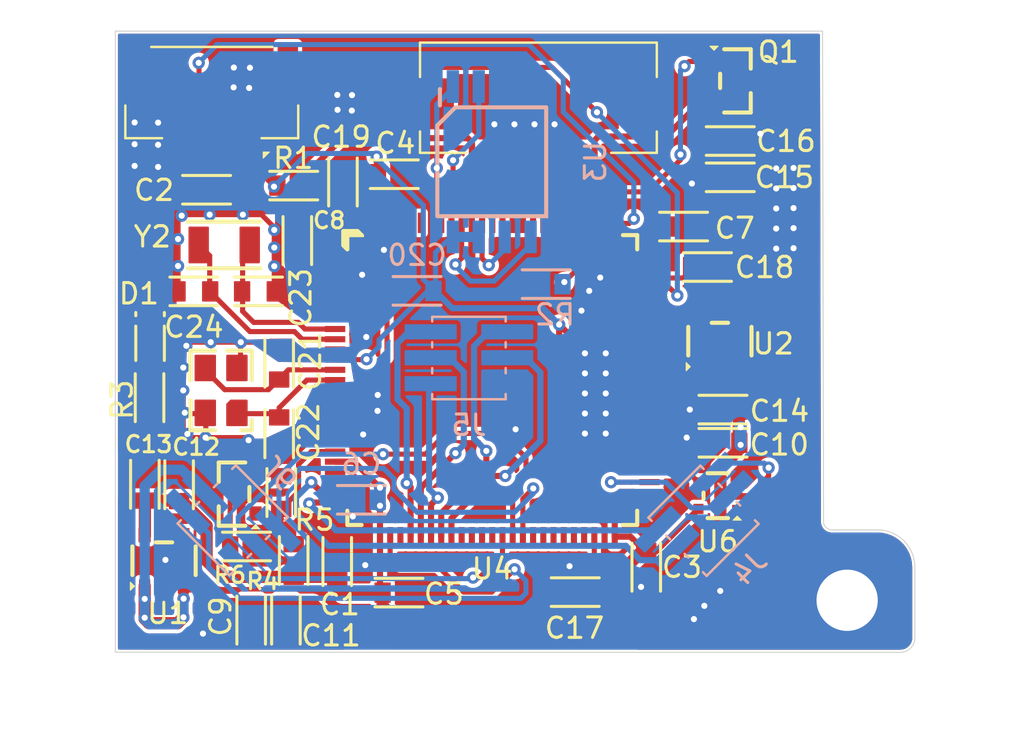
<source format=kicad_pcb>
(kicad_pcb (version 20211014) (generator pcbnew)
  (layers (0 "F.Cu" signal) (31 "B.Cu" signal) (34 "B.Paste" user) (35 "F.Paste" user) (36 "B.SilkS" user "B.Silkscreen") (37 "F.SilkS" user "F.Silkscreen") (38 "B.Mask" user) (39 "F.Mask" user) (44 "Edge.Cuts" user))
  (net 0 "")
  (net 1 "GND")
  (net 2 "+3V3")
  (net 3 "+5V")
  (net 4 "/LCD_3V3")
  (net 5 "/RESET")
  (net 6 "/OSC_IN")
  (net 7 "/OSC_OUT")
  (net 8 "/OSC32_IN")
  (net 9 "/OSC32_OUT")
  (net 10 "Net-(D1-Pad2)")
  (net 11 "/LCD_SCL")
  (net 12 "/LCD_SDA")
  (net 13 "/LCD_RST")
  (net 14 "/LCD_DC")
  (net 15 "/LCD_CS")
  (net 16 "/UP")
  (net 17 "/LEFT")
  (net 18 "/DOWN")
  (net 19 "/CENTER")
  (net 20 "/RIGHT")
  (net 22 "/SWDIO")
  (net 23 "/SWCLK")
  (net 24 "/ADC_V2")
  (net 25 "/ADC_I1")
  (net 26 "/ADC_V3")
  (net 27 "/ADC_I2")
  (net 28 "/ADC_V1")
  (net 29 "/UART1_RX*")
  (net 30 "/UART2_RX")
  (net 31 "/UART1_TX")
  (net 32 "/UART2_TX")
  (net 33 "/CHG_ISET")
  (net 34 "/EN_MOS")
  (net 35 "/CAP_Boost")
  (net 36 "/CHG_EN")
  (net 37 "/LCD_EN")
  (net 40 "/SPI1_CS")
  (net 41 "/SPI1_MISO")
  (net 42 "/SPI1_MOSI")
  (net 53 "/VREF")
  (net 69 "/UART1_RX")
  (net 88 "/SPI1_SCK")
  (net 94 "Net-(C17-Pad1)")
  (net 95 "Net-(C18-Pad1)")
  (net 96 "Net-(J1-Pad2)")
  (net 98 "Net-(R5-Pad1)")
  (footprint "GENERAL_RCL_SMD:C0603(1608M)" (layer "F.Cu") (at 216.154 103.0224)
    (fp_text reference "C10")
    (fp_text value "10u")
  )
  (footprint "GENERAL_RCL_SMD:C0603(1608M)" (layer "F.Cu") (at 216.154 101.3968)
    (fp_text reference "C14")
    (fp_text value "100n")
  )
  (footprint "GENERAL_SMALL-SEMI_SMD:SOT-23-5" (layer "F.Cu") (at 188.77 108.8 -90)
    (fp_text reference "U1")
    (fp_text value "HX9193-33GB")
  )
  (footprint "GENERAL_XTAL_OSC_SMD:SMD-3215_2" (layer "F.Cu") (at 191.7192 93.3196)
    (fp_text reference "Y2")
    (fp_text value "32.768K")
  )
  (footprint "GENERAL_RCL_SMD:C0603(1608M)" (layer "F.Cu") (at 216.5096 90.0176 180)
    (fp_text reference "C15")
    (fp_text value "10u")
  )
  (footprint "GENERAL_RCL_SMD:C0603(1608M)" (layer "F.Cu") (at 190.233 95.6056)
    (fp_text reference "C24")
    (fp_text value "10p")
  )
  (footprint "GENERAL_RCL_SMD:C0603(1608M)" (layer "F.Cu") (at 189.5094 105.0798 -90)
    (fp_text reference "C12")
    (fp_text value "10u")
  )
  (footprint "GENERAL_SMALL-SEMI_SMD:SOT-23" (layer "F.Cu") (at 192.2018 105.537)
    (fp_text reference " ")
    (fp_text value "TL431")
  )
  (footprint "GENERAL_RCL_SMD:C0603(1608M)" (layer "F.Cu") (at 195.3006 93.1164 -90)
    (fp_text reference "C8")
    (fp_text value "100n")
  )
  (footprint "GENERAL_SMALL-SEMI_SMD:SOT-23" (layer "F.Cu") (at 216.7636 85.2932 180)
    (fp_text reference "Q1")
    (fp_text value "SI2301")
  )
  (footprint "CONNECTOR_GH_SMD:GH1.25_H_4" (layer "F.Cu") (at 191.11 86.24)
    (fp_text reference " ")
    (fp_text value " ")
  )
  (footprint "GENERAL_RCL_SMD:C0603(1608M)" (layer "F.Cu") (at 190.8556 90.6272)
    (fp_text reference "C2")
    (fp_text value "100n")
  )
  (footprint "GENERAL_RCL_SMD:C0603(1608M)" (layer "F.Cu") (at 200.279 110.363 180)
    (fp_text reference "C5")
    (fp_text value "100n")
  )
  (footprint "MECHANICAL_EDGE-CONN:FFC_14" (layer "F.Cu") (at 207.1116 86.1182 180)
    (fp_text reference " ")
    (fp_text value "Conn_01x14")
  )
  (footprint "GENERAL_RCL_SMD:C0603(1608M)" (layer "F.Cu") (at 215.392 94.4118)
    (fp_text reference "C18")
    (fp_text value "2.2u")
  )
  (footprint "GENERAL_RCL_SMD:R0603(1608M)" (layer "F.Cu") (at 195.1228 90.424 180)
    (fp_text reference "R1")
    (fp_text value "100n")
  )
  (footprint "GENERAL_RCL_SMD:R0603(1608M)" (layer "F.Cu") (at 188.0616 100.8126 -90)
    (fp_text reference "R3")
    (fp_text value "1k")
  )
  (footprint "MECHANICAL:HOLE-04-03_1" (layer "F.Cu") (at 222.3632 110.738)
    (fp_text reference " ")
    (fp_text value "Screw_Terminal_01x01")
  )
  (footprint "GENERAL_LARGE-SEMI_SMD:QFP-1414_100" (layer "F.Cu") (at 204.851 99.949)
    (fp_text reference "U4")
    (fp_text value "STM32H750VBT6")
  )
  (footprint "GENERAL_RCL_SMD:C0603(1608M)" (layer "F.Cu") (at 197.5358 90.2462 -90)
    (fp_text reference "C19")
    (fp_text value " 100n")
  )
  (footprint "GENERAL_RCL_SMD:C0603(1608M)" (layer "F.Cu") (at 216.5096 88.2396 180)
    (fp_text reference "C16")
    (fp_text value "100n")
  )
  (footprint "GENERAL_RCL_SMD:C0603(1608M)" (layer "F.Cu") (at 194.4116 102.5782 -90)
    (fp_text reference "C22")
    (fp_text value "18p")
  )
  (footprint "GENERAL_2-PIN_PLASTIC_SMD:LED0603(1608M)" (layer "F.Cu") (at 188.087 97.8154 -90)
    (fp_text reference "D1")
    (fp_text value "LED")
  )
  (footprint "GENERAL_RCL_SMD:C0603(1608M)" (layer "F.Cu") (at 208.915 110.3376 180)
    (fp_text reference "C17")
    (fp_text value "2.2u")
  )
  (footprint "GENERAL_RCL_SMD:C0603(1608M)" (layer "F.Cu") (at 200.0504 89.8652 180)
    (fp_text reference "C4")
    (fp_text value "100n")
  )
  (footprint "GENERAL_RCL_SMD:R0603(1608M)" (layer "F.Cu") (at 195.1228 108.7882 90)
    (fp_text reference "R4")
    (fp_text value "10k")
  )
  (footprint "GENERAL_RCL_SMD:C0603(1608M)" (layer "F.Cu") (at 194.7418 111.7092 90)
    (fp_text reference "C11")
    (fp_text value "100n")
  )
  (footprint "GENERAL_RCL_SMD:C0603(1608M)" (layer "F.Cu") (at 212.3948 109.1184 90)
    (fp_text reference "C3")
    (fp_text value "100n")
  )
  (footprint "GENERAL_RCL_SMD:C0603(1608M)" (layer "F.Cu") (at 197.2564 108.839 -90)
    (fp_text reference "C1")
    (fp_text value "100n")
  )
  (footprint "GENERAL_SMALL-SEMI_SMD:SOT-23-5" (layer "F.Cu") (at 216.0016 98.044 -90)
    (fp_text reference "U2")
    (fp_text value "HX9193")
  )
  (footprint "GENERAL_RCL_SMD:C0603(1608M)" (layer "F.Cu") (at 193.3956 95.6056 180)
    (fp_text reference "C23")
    (fp_text value "10p")
  )
  (footprint "GENERAL_XTAL_OSC_SMD:SMD-3225_4" (layer "F.Cu") (at 191.5668 100.457 90)
    (fp_text reference " ")
    (fp_text value "25M")
  )
  (footprint "GENERAL_RCL_SMD:C0603(1608M)" (layer "F.Cu") (at 214.2236 92.4306 180)
    (fp_text reference "C7")
    (fp_text value "100n")
  )
  (footprint "GENERAL_RCL_SMD:R0603(1608M)" (layer "F.Cu") (at 194.5132 105.4608 -90)
    (fp_text reference "R5")
    (fp_text value "10k")
  )
  (footprint "GENERAL_RCL_SMD:C0603(1608M)" (layer "F.Cu") (at 187.833 105.0544 -90)
    (fp_text reference "C13")
    (fp_text value "100n")
  )
  (footprint "GENERAL_RCL_SMD:C0603(1608M)" (layer "F.Cu") (at 194.4116 99.1238 -90)
    (fp_text reference "C21")
    (fp_text value "18p")
  )
  (footprint "GENERAL_SMALL-SEMI_SMD:SOT-353" (layer "F.Cu") (at 215.9 105.6132)
    (fp_text reference "U6")
    (fp_text value "74LVC1G17")
  )
  (footprint "GENERAL_RCL_SMD:C0603(1608M)" (layer "F.Cu") (at 193.04 111.7092 90)
    (fp_text reference "C9")
    (fp_text value "10u")
  )
  (footprint "GENERAL_RCL_SMD:R0603(1608M)" (layer "F.Cu") (at 192.8114 108.1024 180)
    (fp_text reference "R6")
    (fp_text value "50k")
  )
  (footprint "GENERAL_RCL_SMD:R0603(1608M)" (layer "B.Cu") (at 207.4926 95.25 180)
    (fp_text reference "R2")
    (fp_text value "10K")
  )
  (footprint "GENERAL_RCL_SMD:C0603(1608M)" (layer "B.Cu") (at 201.168 95.5802)
    (fp_text reference "C20")
    (fp_text value "100n")
  )
  (footprint "CONNECTOR_PINHEADER_SMD:PINHEADER_02x03_1.27mm" (layer "B.Cu") (at 192.1256 106.8324 -45)
    (fp_text reference "J6")
    (fp_text value "Conn_02x03_Counter_Clockwise")
  )
  (footprint "CONNECTOR_PINHEADER_SMD:PINHEADER_02x03_1.27mm" (layer "B.Cu") (at 215.1888 106.8324 -135)
    (fp_text reference "J4")
    (fp_text value "Conn_02x03_Counter_Clockwise")
  )
  (footprint "GENERAL_RCL_SMD:C0603(1608M)" (layer "B.Cu") (at 198.4376 105.8164)
    (fp_text reference "C6")
    (fp_text value "100n")
  )
  (footprint "GENERAL_MIDDLE-SEMI_SMD:SOIC-5252_8" (layer "B.Cu") (at 204.8256 89.2556 -90)
    (fp_text reference "U3")
    (fp_text value "W25Q32JVSS")
  )
  (footprint "CONNECTOR_PINHEADER_SMD:PINHEADER_02x03_1.27mm" (layer "B.Cu") (at 203.708 98.8568 180)
    (fp_text reference "J5")
    (fp_text value "Conn_02x03_Counter_Clockwise")
  )
  (gr_line (start 225.552 109.1184) (end 225.552 112.6744) (layer "Edge.Cuts") (width 0.05))
  (gr_arc (start 225.552 112.6744) (mid 225.310818 113.114132) (end 224.8408 113.289106) (layer "Edge.Cuts") (width 0.05))
  (gr_arc (start 221.488 107.2896) (mid 221.200632 107.170568) (end 221.0816 106.8832) (layer "Edge.Cuts") (width 0.05))
  (gr_line (start 186.3852 113.284) (end 224.8408 113.289106) (layer "Edge.Cuts") (width 0.05))
  (gr_arc (start 223.7232 107.2896) (mid 225.016357 107.825243) (end 225.552 109.1184) (layer "Edge.Cuts") (width 0.05))
  (gr_line (start 186.3852 82.8548) (end 221.0308 82.8548) (layer "Edge.Cuts") (width 0.05))
  (gr_line (start 221.488 107.2896) (end 223.7232 107.2896) (layer "Edge.Cuts") (width 0.05))
  (gr_line (start 186.3852 82.8548) (end 186.3852 113.284) (layer "Edge.Cuts") (width 0.05))
  (gr_line (start 221.0816 106.8832) (end 221.0308 82.8548) (layer "Edge.Cuts") (width 0.05))
  (segment (start 193.545022 91.8464) (end 194.1706 92.471978) (width 0.25) (layer "F.Cu") (net 1))
  (segment (start 190.0428 98.0948) (end 191.0588 98.0948) (width 0.25) (layer "F.Cu") (net 1))
  (segment (start 194.1706 94.3734) (end 194.1706 95.6056) (width 0.25) (layer "F.Cu") (net 1))
  (segment (start 190.0936 102.7684) (end 189.9158 102.5906) (width 0.25) (layer "F.Cu") (net 1))
  (segment (start 193.3708 103.3532) (end 192.913 102.8954) (width 0.25) (layer "F.Cu") (net 1))
  (segment (start 189.835 101.5954) (end 189.7888 101.5492) (width 0.25) (layer "F.Cu") (net 1))
  (segment (start 194.4116 103.3532) (end 193.3708 103.3532) (width 0.25) (layer "F.Cu") (net 1))
  (segment (start 194.1576 98.0948) (end 194.4116 98.3488) (width 0.25) (layer "F.Cu") (net 1))
  (segment (start 194.1706 92.471978) (end 194.1706 92.5954) (width 0.25) (layer "F.Cu") (net 1))
  (segment (start 189.458 92.0756) (end 189.6364 91.8972) (width 0.25) (layer "F.Cu") (net 1))
  (segment (start 189.6872 91.8464) (end 191.008 91.8464) (width 0.25) (layer "F.Cu") (net 1))
  (segment (start 190.8184 101.5954) (end 190.8184 102.7548) (width 0.25) (layer "F.Cu") (net 1))
  (segment (start 192.786 102.7684) (end 190.8048 102.7684) (width 0.25) (layer "F.Cu") (net 1))
  (segment (start 194.1706 93.459) (end 194.1706 94.3734) (width 0.25) (layer "F.Cu") (net 1))
  (segment (start 191.008 91.8464) (end 192.6336 91.8464) (width 0.25) (layer "F.Cu") (net 1))
  (segment (start 189.458 95.6056) (end 189.458 94.3616) (width 0.25) (layer "F.Cu") (net 1))
  (segment (start 189.71272 101.47312) (end 189.71272 100.45688) (width 0.25) (layer "F.Cu") (net 1))
  (segment (start 194.1706 92.5954) (end 194.1706 93.459) (width 0.25) (layer "F.Cu") (net 1))
  (segment (start 192.5184 99.3954) (end 192.5184 98.1084) (width 0.25) (layer "F.Cu") (net 1))
  (segment (start 189.71272 99.33928) (end 189.71272 98.42488) (width 0.25) (layer "F.Cu") (net 1))
  (segment (start 192.6336 91.8464) (end 193.545022 91.8464) (width 0.25) (layer "F.Cu") (net 1))
  (segment (start 189.7888 101.5492) (end 189.71272 101.47312) (width 0.25) (layer "F.Cu") (net 1))
  (segment (start 189.71272 100.45688) (end 189.71272 99.33928) (width 0.25) (layer "F.Cu") (net 1))
  (segment (start 189.458 94.3616) (end 189.458 93.0408) (width 0.25) (layer "F.Cu") (net 1))
  (segment (start 189.865 98.2726) (end 190.0428 98.0948) (width 0.25) (layer "F.Cu") (net 1))
  (segment (start 189.458 93.0408) (end 189.458 92.0756) (width 0.25) (layer "F.Cu") (net 1))
  (segment (start 190.8048 102.7684) (end 190.0936 102.7684) (width 0.25) (layer "F.Cu") (net 1))
  (segment (start 189.6364 91.8972) (end 189.6872 91.8464) (width 0.25) (layer "F.Cu") (net 1))
  (segment (start 191.0588 98.0948) (end 192.532 98.0948) (width 0.25) (layer "F.Cu") (net 1))
  (segment (start 189.9158 102.5906) (end 189.71272 102.38752) (width 0.25) (layer "F.Cu") (net 1))
  (segment (start 192.5184 98.1084) (end 192.532 98.0948) (width 0.25) (layer "F.Cu") (net 1))
  (segment (start 189.71272 102.38752) (end 189.71272 101.47312) (width 0.25) (layer "F.Cu") (net 1))
  (segment (start 190.8184 101.5954) (end 189.835 101.5954) (width 0.25) (layer "F.Cu") (net 1))
  (segment (start 192.532 98.0948) (end 194.1576 98.0948) (width 0.25) (layer "F.Cu") (net 1))
  (segment (start 190.8184 102.7548) (end 190.8048 102.7684) (width 0.25) (layer "F.Cu") (net 1))
  (segment (start 189.71272 98.42488) (end 189.865 98.2726) (width 0.25) (layer "F.Cu") (net 1))
  (segment (start 192.913 102.8954) (end 192.786 102.7684) (width 0.25) (layer "F.Cu") (net 1))
  (via (at 210.41 101.5875) (size 0.6) (drill 0.3) (layers "F.Cu" "B.Cu") (net 1))
  (via (at 214.376 102.7684) (size 0.6) (drill 0.3) (layers "F.Cu" "B.Cu") (net 1))
  (via (at 209.22 96.55) (size 0.6) (drill 0.3) (layers "F.Cu" "B.Cu") (net 1))
  (via (at 217.9828 87.884) (size 0.6) (drill 0.3) (layers "F.Cu" "B.Cu") (net 1))
  (via (at 187.33 89.46) (size 0.6) (drill 0.3) (layers "F.Cu" "B.Cu") (net 1))
  (via (at 191.0588 98.0948) (size 0.6) (drill 0.3) (layers "F.Cu" "B.Cu") (net 1))
  (via (at 192.532 98.0948) (size 0.6) (drill 0.3) (layers "F.Cu" "B.Cu") (net 1))
  (via (at 210.41 99.6225) (size 0.6) (drill 0.3) (layers "F.Cu" "B.Cu") (net 1))
  (via (at 189.9158 102.5906) (size 0.6) (drill 0.3) (layers "F.Cu" "B.Cu") (net 1))
  (via (at 210.41 98.64) (size 0.6) (drill 0.3) (layers "F.Cu" "B.Cu") (net 1))
  (via (at 187.33 88.395) (size 0.6) (drill 0.3) (layers "F.Cu" "B.Cu") (net 1))
  (via (at 209.39 102.57) (size 0.6) (drill 0.3) (layers "F.Cu" "B.Cu") (net 1))
  (via (at 194.1706 94.3734) (size 0.6) (drill 0.3) (layers "F.Cu" "B.Cu") (net 1))
  (via (at 192.6336 91.8464) (size 0.6) (drill 0.3) (layers "F.Cu" "B.Cu") (net 1))
  (via (at 207.9025 87.42) (size 0.6) (drill 0.3) (layers "F.Cu" "B.Cu") (net 1))
  (via (at 209.39 98.64) (size 0.6) (drill 0.3) (layers "F.Cu" "B.Cu") (net 1))
  (via (at 219.61 91.525) (size 0.6) (drill 0.3) (layers "F.Cu" "B.Cu") (net 1))
  (via (at 188.48 87.34) (size 0.6) (drill 0.3) (layers "F.Cu" "B.Cu") (net 1))
  (via (at 209.6 95.58) (size 0.6) (drill 0.3) (layers "F.Cu" "B.Cu") (net 1))
  (via (at 189.71272 100.45688) (size 0.6) (drill 0.3) (layers "F.Cu" "B.Cu") (net 1))
  (via (at 197.27 86.71) (size 0.6) (drill 0.3) (layers "F.Cu" "B.Cu") (net 1))
  (via (at 192.913 102.8954) (size 0.6) (drill 0.3) (layers "F.Cu" "B.Cu") (net 1))
  (via (at 210.41 102.57) (size 0.6) (drill 0.3) (layers "F.Cu" "B.Cu") (net 1))
  (via (at 192.19 84.64) (size 0.6) (drill 0.3) (layers "F.Cu" "B.Cu") (net 1))
  (via (at 204.955 87.42) (size 0.6) (drill 0.3) (layers "F.Cu" "B.Cu") (net 1))
  (via (at 209.39 100.605) (size 0.6) (drill 0.3) (layers "F.Cu" "B.Cu") (net 1))
  (via (at 206.92 87.42) (size 0.6) (drill 0.3) (layers "F.Cu" "B.Cu") (net 1))
  (via (at 192.18 85.61) (size 0.6) (drill 0.3) (layers "F.Cu" "B.Cu") (net 1))
  (via (at 209.39 101.5875) (size 0.6) (drill 0.3) (layers "F.Cu" "B.Cu") (net 1))
  (via (at 215.24 111.01) (size 0.6) (drill 0.3) (layers "F.Cu" "B.Cu") (net 1))
  (via (at 197.97 86.75) (size 0.6) (drill 0.3) (layers "F.Cu" "B.Cu") (net 1))
  (via (at 190.6778 112.3696) (size 0.6) (drill 0.3) (layers "F.Cu" "B.Cu") (net 1))
  (via (at 212.1408 110.0836) (size 0.6) (drill 0.3) (layers "F.Cu" "B.Cu") (net 1))
  (via (at 218.76 93.51) (size 0.6) (drill 0.3) (layers "F.Cu" "B.Cu") (net 1))
  (via (at 189.6364 91.8972) (size 0.6) (drill 0.3) (layers "F.Cu" "B.Cu") (net 1))
  (via (at 214.63 90.3224) (size 0.6) (drill 0.3) (layers "F.Cu" "B.Cu") (net 1))
  (via (at 218.76 90.5625) (size 0.6) (drill 0.3) (layers "F.Cu" "B.Cu") (net 1))
  (via (at 210.41 100.605) (size 0.6) (drill 0.3) (layers "F.Cu" "B.Cu") (net 1))
  (via (at 188.48 88.425) (size 0.6) (drill 0.3) (layers "F.Cu" "B.Cu") (net 1))
  (via (at 198.6788 97.8408) (size 0.6) (drill 0.3) (layers "F.Cu" "B.Cu") (net 1))
  (via (at 208.6356 109.0676) (size 0.6) (drill 0.3) (layers "F.Cu" "B.Cu") (net 1))
  (via (at 189.458 93.0408) (size 0.6) (drill 0.3) (layers "F.Cu" "B.Cu") (net 1))
  (via (at 199.24 100.68) (size 0.6) (drill 0.3) (layers "F.Cu" "B.Cu") (net 1))
  (via (at 187.33 87.33) (size 0.6) (drill 0.3) (layers "F.Cu" "B.Cu") (net 1))
  (via (at 210.14 94.93) (size 0.6) (drill 0.3) (layers "F.Cu" "B.Cu") (net 1))
  (via (at 191.008 91.8464) (size 0.6) (drill 0.3) (layers "F.Cu" "B.Cu") (net 1))
  (via (at 205.9375 87.42) (size 0.6) (drill 0.3) (layers "F.Cu" "B.Cu") (net 1))
  (via (at 198.5264 102.616) (size 0.6) (drill 0.3) (layers "F.Cu" "B.Cu") (net 1))
  (via (at 218.76 92.5275) (size 0.6) (drill 0.3) (layers "F.Cu" "B.Cu") (net 1))
  (via (at 188.84 108.76) (size 0.6) (drill 0.3) (layers "F.Cu" "B.Cu") (net 1))
  (via (at 219.61 93.49) (size 0.6) (drill 0.3) (layers "F.Cu" "B.Cu") (net 1))
  (via (at 218.76 89.58) (size 0.6) (drill 0.3) (layers "F.Cu" "B.Cu") (net 1))
  (via (at 219.61 90.5425) (size 0.6) (drill 0.3) (layers "F.Cu" "B.Cu") (net 1))
  (via (at 189.71272 99.33928) (size 0.6) (drill 0.3) (layers "F.Cu" "B.Cu") (net 1))
  (via (at 205.994 102.362) (size 0.6) (drill 0.3) (layers "F.Cu" "B.Cu") (net 1))
  (via (at 216.02 110.28) (size 0.6) (drill 0.3) (layers "F.Cu" "B.Cu") (net 1))
  (via (at 189.458 94.3616) (size 0.6) (drill 0.3) (layers "F.Cu" "B.Cu") (net 1))
  (via (at 192.98 84.65) (size 0.6) (drill 0.3) (layers "F.Cu" "B.Cu") (net 1))
  (via (at 219.61 89.56) (size 0.6) (drill 0.3) (layers "F.Cu" "B.Cu") (net 1))
  (via (at 218.76 91.545) (size 0.6) (drill 0.3) (layers "F.Cu" "B.Cu") (net 1))
  (via (at 214.5284 101.3968) (size 0.6) (drill 0.3) (layers "F.Cu" "B.Cu") (net 1))
  (via (at 188.48 89.51) (size 0.6) (drill 0.3) (layers "F.Cu" "B.Cu") (net 1))
  (via (at 198.628 109.0168) (size 0.6) (drill 0.3) (layers "F.Cu" "B.Cu") (net 1))
  (via (at 197.26 85.98) (size 0.6) (drill 0.3) (layers "F.Cu" "B.Cu") (net 1))
  (via (at 209.39 99.6225) (size 0.6) (drill 0.3) (layers "F.Cu" "B.Cu") (net 1))
  (via (at 198.0184 106.6292) (size 0.6) (drill 0.3) (layers "F.Cu" "B.Cu") (net 1))
  (via (at 198.4756 94.7928) (size 0.6) (drill 0.3) (layers "F.Cu" "B.Cu") (net 1))
  (via (at 214.73 111.66) (size 0.6) (drill 0.3) (layers "F.Cu" "B.Cu") (net 1))
  (via (at 194.1706 93.459) (size 0.6) (drill 0.3) (layers "F.Cu" "B.Cu") (net 1))
  (via (at 190.8048 102.7684) (size 0.6) (drill 0.3) (layers "F.Cu" "B.Cu") (net 1))
  (via (at 192.94 85.64) (size 0.6) (drill 0.3) (layers "F.Cu" "B.Cu") (net 1))
  (via (at 194.1706 92.5954) (size 0.6) (drill 0.3) (layers "F.Cu" "B.Cu") (net 1))
  (via (at 189.7888 101.5492) (size 0.6) (drill 0.3) (layers "F.Cu" "B.Cu") (net 1))
  (via (at 199.23 101.46) (size 0.6) (drill 0.3) (layers "F.Cu" "B.Cu") (net 1))
  (via (at 197.98 85.99) (size 0.6) (drill 0.3) (layers "F.Cu" "B.Cu") (net 1))
  (via (at 219.61 92.5075) (size 0.6) (drill 0.3) (layers "F.Cu" "B.Cu") (net 1))
  (via (at 189.865 98.2726) (size 0.6) (drill 0.3) (layers "F.Cu" "B.Cu") (net 1))
  (via (at 199.5424 93.5736) (size 0.6) (drill 0.3) (layers "F.Cu" "B.Cu") (net 1))
  (segment (start 199.351 107.624) (end 199.351 110.21) (width 0.3) (layer "F.Cu") (net 2))
  (segment (start 197.176 96.449) (end 196.310994 96.449) (width 0.25) (layer "F.Cu") (net 2))
  (segment (start 199.1738 89.916) (end 198.851 90.2388) (width 0.25) (layer "F.Cu") (net 2))
  (segment (start 194.2978 90.424) (end 194.1576 90.4748) (width 0.25) (layer "F.Cu") (net 2))
  (segment (start 195.1478 91.249) (end 194.3228 90.424) (width 0.25) (layer "F.Cu") (net 2))
  (segment (start 212.2016 108.3184) (end 212.3948 108.3184) (width 0.6) (layer "F.Cu") (net 2))
  (segment (start 208.1276 97.2312) (end 208.561711 97.665311) (width 0.3) (layer "F.Cu") (net 2))
  (segment (start 197.2056 109.5882) (end 197.2564 109.639) (width 0.6) (layer "F.Cu") (net 2))
  (segment (start 196.310994 96.449) (end 195.326 95.464006) (width 0.25) (layer "F.Cu") (net 2))
  (segment (start 199.479 110.363) (end 199.479 111.029) (width 0.6) (layer "F.Cu") (net 2))
  (segment (start 192.9846 89.2732) (end 191.6306 90.6272) (width 0.5) (layer "F.Cu") (net 2))
  (segment (start 187.833 105.8544) (end 187.2106 105.8544) (width 0.25) (layer "F.Cu") (net 2))
  (segment (start 191.64397 109.5882) (end 195.1228 109.5882) (width 0.6) (layer "F.Cu") (net 2))
  (segment (start 194.1354 90.424) (end 192.9846 89.2732) (width 0.25) (layer "F.Cu") (net 2))
  (segment (start 212.526 93.949) (end 212.526 93.2262) (width 0.25) (layer "F.Cu") (net 2))
  (segment (start 198.076361 103.949) (end 199.351 105.223639) (width 0.3) (layer "F.Cu") (net 2))
  (segment (start 187.833 105.8544) (end 189.6236 105.8544) (width 0.6) (layer "F.Cu") (net 2))
  (segment (start 195.326 93.6374) (end 196.12552 92.83788) (width 0.25) (layer "F.Cu") (net 2))
  (segment (start 209.628037 97.665311) (end 211.37648 95.916868) (width 0.3) (layer "F.Cu") (net 2))
  (segment (start 212.8698 108.3434) (end 214.95 106.2632) (width 0.3) (layer "F.Cu") (net 2))
  (segment (start 187.833 107.537) (end 187.82 107.55) (width 0.6) (layer "F.Cu") (net 2))
  (segment (start 210.92 109.6) (end 212.2016 108.3184) (width 0.6) (layer "F.Cu") (net 2))
  (segment (start 210.36 111.66) (end 210.92 111.1) (width 0.6) (layer "F.Cu") (net 2))
  (segment (start 211.37648 94.198159) (end 211.625639 93.949) (width 0.3) (layer "F.Cu") (net 2))
  (segment (start 192.9846 87.9052) (end 192.9846 89.2732) (width 0.5) (layer "F.Cu") (net 2))
  (segment (start 197.2564 109.639) (end 197.2564 110.1344) (width 0.6) (layer "F.Cu") (net 2))
  (segment (start 187.833 105.8544) (end 187.833 107.537) (width 0.6) (layer "F.Cu") (net 2))
  (segment (start 195.6176 91.249) (end 195.1478 91.249) (width 0.25) (layer "F.Cu") (net 2))
  (segment (start 212.344 108.3434) (end 212.8698 108.3434) (width 0.3) (layer "F.Cu") (net 2))
  (segment (start 200.11 111.66) (end 210.36 111.66) (width 0.6) (layer "F.Cu") (net 2))
  (segment (start 186.944 103.505) (end 188.0616 102.3874) (width 0.25) (layer "F.Cu") (net 2))
  (segment (start 211.6246 107.624) (end 212.344 108.3434) (width 0.3) (layer "F.Cu") (net 2))
  (segment (start 198.69 98.93) (end 198.671 98.949) (width 0.25) (layer "F.Cu") (net 2))
  (segment (start 199.351 105.223639) (end 199.351 106.1094) (width 0.3) (layer "F.Cu") (net 2))
  (segment (start 211.625639 93.949) (end 212.526 93.949) (width 0.3) (layer "F.Cu") (net 2))
  (segment (start 189.6236 105.8544) (end 190.8556 107.0864) (width 0.6) (layer "F.Cu") (net 2))
  (segment (start 194.2978 90.424) (end 194.1354 90.424) (width 0.25) (layer "F.Cu") (net 2))
  (segment (start 188.0616 102.3874) (end 188.0616 101.6126) (width 0.25) (layer "F.Cu") (net 2))
  (segment (start 196.12552 91.75692) (end 195.6176 91.249) (width 0.25) (layer "F.Cu") (net 2))
  (segment (start 212.526 93.2262) (end 213.3978 92.3544) (width 0.25) (layer "F.Cu") (net 2))
  (segment (start 208.1276 103.577052) (end 208.1276 97.2312) (width 0.3) (layer "F.Cu") (net 2))
  (segment (start 210.851 107.624) (end 210.851 106.300452) (width 0.3) (layer "F.Cu") (net 2))
  (segment (start 199.351 106.1094) (end 199.351 107.624) (width 0.3) (layer "F.Cu") (net 2))
  (segment (start 210.851 106.300452) (end 208.1276 103.577052) (width 0.3) (layer "F.Cu") (net 2))
  (segment (start 196.12552 92.83788) (end 196.12552 91.75692) (width 0.25) (layer "F.Cu") (net 2))
  (segment (start 199.1868 89.0016) (end 199.1738 89.0146) (width 0.25) (layer "F.Cu") (net 2))
  (segment (start 198.851 90.2388) (end 198.851 92.274) (width 0.25) (layer "F.Cu") (net 2))
  (segment (start 190.8556 108.79983) (end 191.64397 109.5882) (width 0.6) (layer "F.Cu") (net 2))
  (segment (start 186.944 105.5878) (end 186.944 103.505) (width 0.25) (layer "F.Cu") (net 2))
  (segment (start 190.8556 107.0864) (end 190.8556 108.79983) (width 0.6) (layer "F.Cu") (net 2))
  (segment (start 199.351 110.21) (end 199.4786 110.3376) (width 0.3) (layer "F.Cu") (net 2))
  (segment (start 199.1738 89.0146) (end 199.1738 89.916) (width 0.25) (layer "F.Cu") (net 2))
  (segment (start 199.479 111.029) (end 200.11 111.66) (width 0.6) (layer "F.Cu") (net 2))
  (segment (start 195.326 95.464006) (end 195.326 93.6374) (width 0.25) (layer "F.Cu") (net 2))
  (segment (start 195.1228 109.5882) (end 197.2056 109.5882) (width 0.6) (layer "F.Cu") (net 2))
  (segment (start 187.2106 105.8544) (end 186.944 105.5878) (width 0.25) (layer "F.Cu") (net 2))
  (segment (start 198.671 98.949) (end 197.176 98.949) (width 0.25) (layer "F.Cu") (net 2))
  (segment (start 197.5358 110.4138) (end 199.4282 110.4138) (width 0.6) (layer "F.Cu") (net 2))
  (segment (start 197.2564 110.1344) (end 197.5358 110.4138) (width 0.6) (layer "F.Cu") (net 2))
  (segment (start 199.4282 110.4138) (end 199.479 110.363) (width 0.6) (layer "F.Cu") (net 2))
  (segment (start 211.37648 95.916868) (end 211.37648 94.198159) (width 0.3) (layer "F.Cu") (net 2))
  (segment (start 197.176 103.949) (end 198.076361 103.949) (width 0.3) (layer "F.Cu") (net 2))
  (segment (start 208.561711 97.665311) (end 209.628037 97.665311) (width 0.3) (layer "F.Cu") (net 2))
  (segment (start 210.92 111.1) (end 210.92 109.6) (width 0.6) (layer "F.Cu") (net 2))
  (segment (start 210.851 107.624) (end 211.6246 107.624) (width 0.3) (layer "F.Cu") (net 2))
  (via (at 199.351 106.1094) (size 0.6) (drill 0.3) (layers "F.Cu" "B.Cu") (net 2))
  (via (at 199.1868 89.0016) (size 0.6) (drill 0.3) (layers "F.Cu" "B.Cu") (net 2))
  (via (at 198.69 98.93) (size 0.6) (drill 0.3) (layers "F.Cu" "B.Cu") (net 2))
  (via (at 208.1276 97.2312) (size 0.6) (drill 0.3) (layers "F.Cu" "B.Cu") (net 2))
  (via (at 199.351 105.223639) (size 0.6) (drill 0.3) (layers "F.Cu" "B.Cu") (net 2))
  (via (at 194.1576 90.4748) (size 0.6) (drill 0.3) (layers "F.Cu" "B.Cu") (net 2))
  (segment (start 198.69 98.93) (end 199.3038 98.3162) (width 0.25) (layer "B.Cu") (net 2))
  (segment (start 207.32652 96.43012) (end 202.89392 96.43012) (width 0.3) (layer "B.Cu") (net 2))
  (segment (start 208.1276 97.2312) (end 207.32652 96.43012) (width 0.3) (layer "B.Cu") (net 2))
  (segment (start 201.4728 95.009) (end 202.0694 95.6056) (width 0.25) (layer "B.Cu") (net 2))
  (segment (start 199.1868 89.0016) (end 199.0344 88.8492) (width 0.25) (layer "B.Cu") (net 2))
  (segment (start 199.0344 88.8492) (end 195.7832 88.8492) (width 0.25) (layer "B.Cu") (net 2))
  (segment (start 199.3038 98.3162) (end 199.3038 97.980588) (width 0.25) (layer "B.Cu") (net 2))
  (segment (start 199.3038 97.980588) (end 201.704188 95.5802) (width 0.25) (layer "B.Cu") (net 2))
  (segment (start 202.9206 92.9386) (end 204.1906 92.9386) (width 0.5) (layer "B.Cu") (net 2))
  (segment (start 201.704188 95.5802) (end 201.968 95.5802) (width 0.25) (layer "B.Cu") (net 2))
  (segment (start 199.1868 89.0016) (end 199.1868 89.1032) (width 0.25) (layer "B.Cu") (net 2))
  (segment (start 202.89392 96.43012) (end 202.0694 95.6056) (width 0.3) (layer "B.Cu") (net 2))
  (segment (start 195.7832 88.8492) (end 194.1576 90.4748) (width 0.25) (layer "B.Cu") (net 2))
  (segment (start 202.0694 95.6056) (end 202.0694 93.7068) (width 0.25) (layer "B.Cu") (net 2))
  (segment (start 201.4728 91.3892) (end 201.4728 95.009) (width 0.25) (layer "B.Cu") (net 2))
  (segment (start 199.1868 89.1032) (end 201.4728 91.3892) (width 0.25) (layer "B.Cu") (net 2))
  (segment (start 202.0694 93.7068) (end 202.9206 92.8556) (width 0.25) (layer "B.Cu") (net 2))
  (segment (start 191.4144 110.9218) (end 193.0274 110.9218) (width 0.6) (layer "F.Cu") (net 3))
  (segment (start 216.9516 98.486) (end 216.580089 98.114489) (width 0.6) (layer "F.Cu") (net 3))
  (segment (start 216.929 103.361) (end 216.929 99.4166) (width 0.6) (layer "F.Cu") (net 3))
  (segment (start 216.929 99.4166) (end 216.9516 99.394) (width 0.6) (layer "F.Cu") (net 3))
  (segment (start 189.73 110.66) (end 189.73 110.6644) (width 0.6) (layer "F.Cu") (net 3))
  (segment (start 215.0516 98.239978) (end 215.0516 99.394) (width 0.6) (layer "F.Cu") (net 3))
  (segment (start 194.7418 110.9092) (end 196.05 110.9092) (width 0.6) (layer "F.Cu") (net 3))
  (segment (start 189.4348 111.86) (end 189.7228 111.572) (width 0.6) (layer "F.Cu") (net 3))
  (segment (start 189.7282 110.0582) (end 190.5508 110.0582) (width 0.6) (layer "F.Cu") (net 3))
  (segment locked (start 187.8228 110.6716) (end 187.8228 111.5924) (width 0.6) (layer "F.Cu") (net 3))
  (segment (start 187.8228 111.5924) (end 187.8228 111.6428) (width 0.6) (layer "F.Cu") (net 3))
  (segment (start 215.177089 98.114489) (end 215.0516 98.239978) (width 0.6) (layer "F.Cu") (net 3))
  (segment (start 193.04 110.9092) (end 194.7418 110.9092) (width 0.6) (layer "F.Cu") (net 3))
  (segment (start 216.9516 99.394) (end 216.9516 98.486) (width 0.6) (layer "F.Cu") (net 3))
  (segment (start 216.025489 108.357911) (end 216.025489 104.264511) (width 0.6) (layer "F.Cu") (net 3))
  (segment (start 216.025489 104.264511) (end 216.929 103.361) (width 0.6) (layer "F.Cu") (net 3))
  (segment (start 189.7228 110.0528) (end 189.72 110.05) (width 0.5) (layer "F.Cu") (net 3))
  (segment (start 190.5508 110.0582) (end 191.4144 110.9218) (width 0.6) (layer "F.Cu") (net 3))
  (segment (start 187.8228 110.0382) (end 187.8228 110.6716) (width 0.6) (layer "F.Cu") (net 3))
  (segment (start 188.04 111.86) (end 189.4348 111.86) (width 0.6) (layer "F.Cu") (net 3))
  (segment (start 216.580089 98.114489) (end 215.177089 98.114489) (width 0.6) (layer "F.Cu") (net 3))
  (segment (start 189.73 110.6644) (end 189.7228 110.6716) (width 0.6) (layer "F.Cu") (net 3))
  (segment (start 193.0274 110.9218) (end 193.04 110.9092) (width 0.5) (layer "F.Cu") (net 3))
  (segment (start 211.836 112.5474) (end 216.025489 108.357911) (width 0.6) (layer "F.Cu") (net 3))
  (segment (start 196.05 110.9092) (end 197.6882 112.5474) (width 0.6) (layer "F.Cu") (net 3))
  (segment (start 189.7228 110.6716) (end 189.7228 110.0528) (width 0.5) (layer "F.Cu") (net 3))
  (segment locked (start 189.7228 111.572) (end 189.7228 110.6716) (width 0.5) (layer "F.Cu") (net 3))
  (segment (start 189.72 110.05) (end 189.7282 110.0582) (width 0.5) (layer "F.Cu") (net 3))
  (segment (start 197.6882 112.5474) (end 211.836 112.5474) (width 0.6) (layer "F.Cu") (net 3))
  (segment (start 187.8228 111.6428) (end 188.04 111.86) (width 0.6) (layer "F.Cu") (net 3))
  (via (at 189.73 110.66) (size 0.6) (drill 0.3) (layers "F.Cu" "B.Cu") (net 3))
  (via (at 187.8228 110.6716) (size 0.6) (drill 0.3) (layers "F.Cu" "B.Cu") (net 3))
  (via (at 217.0176 103.124) (size 0.6) (drill 0.3) (layers "F.Cu" "B.Cu") (net 3))
  (via (at 189.7228 111.572) (size 0.6) (drill 0.3) (layers "F.Cu" "B.Cu") (net 3))
  (via (at 217.0176 102.2604) (size 0.6) (drill 0.3) (layers "F.Cu" "B.Cu") (net 3))
  (via (at 187.8228 111.5924) (size 0.6) (drill 0.3) (layers "F.Cu" "B.Cu") (net 3))
  (segment (start 187.8228 110.6716) (end 187.8228 111.6736) (width 0.5) (layer "B.Cu") (net 3))
  (segment (start 187.8228 110.6716) (end 187.8228 105.1408) (width 0.5) (layer "B.Cu") (net 3))
  (segment (start 189.7228 110.6672) (end 189.7228 111.572) (width 0.5) (layer "B.Cu") (net 3))
  (segment (start 189.6364 104.3432) (end 190.746742 105.453542) (width 0.5) (layer "B.Cu") (net 3))
  (segment (start 188.6204 104.3432) (end 189.6364 104.3432) (width 0.5) (layer "B.Cu") (net 3))
  (segment (start 189.3824 111.9124) (end 189.7228 111.572) (width 0.5) (layer "B.Cu") (net 3))
  (segment (start 217.0176 103.124) (end 217.0176 102.2604) (width 0.6) (layer "B.Cu") (net 3))
  (segment (start 187.8228 105.1408) (end 188.6204 104.3432) (width 0.5) (layer "B.Cu") (net 3))
  (segment (start 187.8228 111.6736) (end 188.0616 111.9124) (width 0.5) (layer "B.Cu") (net 3))
  (segment (start 188.0616 111.9124) (end 189.3824 111.9124) (width 0.5) (layer "B.Cu") (net 3))
  (segment (start 189.73 110.66) (end 189.7228 110.6672) (width 0.5) (layer "B.Cu") (net 3))
  (segment (start 215.7724 88.1888) (end 215.7724 86.4565) (width 0.3) (layer "F.Cu") (net 4))
  (segment (start 217.0176 92.4052) (end 215.7724 91.16) (width 0.3) (layer "F.Cu") (net 4))
  (segment (start 215.7724 91.16) (end 215.7724 88.1888) (width 0.3) (layer "F.Cu") (net 4))
  (segment (start 215.7724 86.4565) (end 215.5591 86.2432) (width 0.3) (layer "F.Cu") (net 4))
  (segment (start 215.299293 96.694) (end 217.0176 94.975693) (width 0.3) (layer "F.Cu") (net 4))
  (segment (start 215.0516 96.694) (end 215.299293 96.694) (width 0.3) (layer "F.Cu") (net 4))
  (segment (start 217.0176 94.975693) (end 217.0176 92.4052) (width 0.3) (layer "F.Cu") (net 4))
  (segment (start 197.20148 100.47448) (end 197.176 100.449) (width 0.25) (layer "F.Cu") (net 5))
  (segment (start 195.9228 90.424) (end 195.9228 89.687657) (width 0.3) (layer "F.Cu") (net 5))
  (segment (start 199.6948 95.102794) (end 199.6948 98.846166) (width 0.25) (layer "F.Cu") (net 5))
  (segment (start 198.066486 100.47448) (end 197.20148 100.47448) (width 0.25) (layer "F.Cu") (net 5))
  (segment (start 197.4596 90.945) (end 197.4596 92.867594) (width 0.25) (layer "F.Cu") (net 5))
  (segment (start 195.9478 90.424) (end 196.9386 90.424) (width 0.25) (layer "F.Cu") (net 5))
  (segment (start 203.85 88.3) (end 203.85 89.03) (width 0.3) (layer "F.Cu") (net 5))
  (segment (start 203.65 88.1) (end 203.85 88.3) (width 0.3) (layer "F.Cu") (net 5))
  (segment (start 196.9386 90.424) (end 197.4596 90.945) (width 0.25) (layer "F.Cu") (net 5))
  (segment (start 197.4596 92.867594) (end 199.6948 95.102794) (width 0.25) (layer "F.Cu") (net 5))
  (segment (start 197.510457 88.1) (end 203.65 88.1) (width 0.3) (layer "F.Cu") (net 5))
  (segment (start 195.9228 89.687657) (end 197.510457 88.1) (width 0.3) (layer "F.Cu") (net 5))
  (segment (start 199.6948 98.846166) (end 198.066486 100.47448) (width 0.25) (layer "F.Cu") (net 5))
  (segment (start 194.4116 99.8988) (end 194.8614 99.449) (width 0.25) (layer "F.Cu") (net 6))
  (segment (start 190.8184 99.3954) (end 190.8184 99.4954) (width 0.25) (layer "F.Cu") (net 6))
  (segment (start 194.8614 99.449) (end 197.176 99.449) (width 0.25) (layer "F.Cu") (net 6))
  (segment (start 193.890489 100.419911) (end 194.4116 99.8988) (width 0.25) (layer "F.Cu") (net 6))
  (segment (start 191.742911 100.419911) (end 193.890489 100.419911) (width 0.25) (layer "F.Cu") (net 6))
  (segment (start 190.8184 99.4954) (end 191.742911 100.419911) (width 0.25) (layer "F.Cu") (net 6))
  (segment (start 192.5184 101.5954) (end 194.2038 101.5954) (width 0.25) (layer "F.Cu") (net 7))
  (segment (start 194.2038 101.5954) (end 194.4116 101.8032) (width 0.25) (layer "F.Cu") (net 7))
  (segment (start 194.4116 101.3084) (end 195.771 99.949) (width 0.25) (layer "F.Cu") (net 7))
  (segment (start 195.771 99.949) (end 197.176 99.949) (width 0.25) (layer "F.Cu") (net 7))
  (segment (start 194.4116 101.8032) (end 194.4116 101.3084) (width 0.25) (layer "F.Cu") (net 7))
  (segment (start 192.6206 96.582482) (end 193.162878 97.12476) (width 0.25) (layer "F.Cu") (net 8))
  (segment (start 193.162878 97.12476) (end 195.347278 97.12476) (width 0.25) (layer "F.Cu") (net 8))
  (segment (start 192.6206 95.6056) (end 192.6206 93.6682) (width 0.25) (layer "F.Cu") (net 8))
  (segment (start 195.671518 97.449) (end 197.176 97.449) (width 0.25) (layer "F.Cu") (net 8))
  (segment (start 195.347278 97.12476) (end 195.671518 97.449) (width 0.25) (layer "F.Cu") (net 8))
  (segment (start 192.6206 93.6682) (end 192.9692 93.3196) (width 0.25) (layer "F.Cu") (net 8))
  (segment (start 192.6206 95.6056) (end 192.6206 96.582482) (width 0.25) (layer "F.Cu") (net 8))
  (segment (start 195.5358 97.949) (end 197.176 97.949) (width 0.25) (layer "F.Cu") (net 9))
  (segment (start 191.008 95.6056) (end 191.008 93.8584) (width 0.25) (layer "F.Cu") (net 9))
  (segment (start 191.008 95.6056) (end 192.97668 97.57428) (width 0.25) (layer "F.Cu") (net 9))
  (segment (start 192.97668 97.57428) (end 195.16108 97.57428) (width 0.25) (layer "F.Cu") (net 9))
  (segment (start 191.008 93.8584) (end 190.4692 93.3196) (width 0.25) (layer "F.Cu") (net 9))
  (segment (start 195.16108 97.57428) (end 195.5358 97.949) (width 0.25) (layer "F.Cu") (net 9))
  (segment (start 188.087 98.6154) (end 188.087 99.9872) (width 0.3) (layer "F.Cu") (net 10))
  (segment (start 188.087 99.9872) (end 188.0616 100.0126) (width 0.3) (layer "F.Cu") (net 10))
  (segment (start 209.35 89.3) (end 209.35 92.248) (width 0.25) (layer "F.Cu") (net 11))
  (segment (start 208.85 89.3) (end 208.85 92.248) (width 0.25) (layer "F.Cu") (net 12))
  (segment (start 208.35 89.3) (end 208.35 92.248) (width 0.25) (layer "F.Cu") (net 13))
  (segment (start 207.85 89.3) (end 207.85 92.248) (width 0.25) (layer "F.Cu") (net 14))
  (segment (start 207.35 89.3) (end 207.35 92.248) (width 0.25) (layer "F.Cu") (net 15))
  (segment (start 206.85 89.3) (end 206.851 89.301) (width 0.25) (layer "F.Cu") (net 16))
  (segment (start 206.851 89.301) (end 206.851 92.249) (width 0.25) (layer "F.Cu") (net 16))
  (segment (start 206.35 89.3) (end 206.35 92.248) (width 0.25) (layer "F.Cu") (net 17))
  (segment (start 205.851 92.249) (end 205.851 89.301) (width 0.25) (layer "F.Cu") (net 18))
  (segment (start 205.851 89.301) (end 205.85 89.3) (width 0.25) (layer "F.Cu") (net 18))
  (segment (start 205.351 92.249) (end 205.351 89.301) (width 0.25) (layer "F.Cu") (net 19))
  (segment (start 205.351 89.301) (end 205.35 89.3) (width 0.25) (layer "F.Cu") (net 19))
  (segment (start 204.851 89.301) (end 204.85 89.3) (width 0.25) (layer "F.Cu") (net 20))
  (segment (start 204.851 92.249) (end 204.851 89.301) (width 0.25) (layer "F.Cu") (net 20))
  (segment (start 196.635 85.735) (end 195.798653 86.571347) (width 0.25) (layer "F.Cu") (net 22))
  (segment (start 209.98 86.83) (end 207.7828 84.6328) (width 0.25) (layer "F.Cu") (net 22))
  (segment (start 195.798653 86.571347) (end 192.048653 86.571347) (width 0.25) (layer "F.Cu") (net 22))
  (segment (start 207.7828 84.6328) (end 197.723316 84.6328) (width 0.25) (layer "F.Cu") (net 22))
  (segment (start 191.7346 86.8854) (end 191.7346 87.9052) (width 0.25) (layer "F.Cu") (net 22))
  (segment (start 212.526 95.449) (end 213.559 95.449) (width 0.25) (layer "F.Cu") (net 22))
  (segment (start 196.635 85.721116) (end 196.635 85.735) (width 0.25) (layer "F.Cu") (net 22))
  (segment (start 197.723316 84.6328) (end 196.635 85.721116) (width 0.25) (layer "F.Cu") (net 22))
  (segment (start 192.048653 86.571347) (end 191.7346 86.8854) (width 0.25) (layer "F.Cu") (net 22))
  (segment (start 213.559 95.449) (end 213.9188 95.8088) (width 0.25) (layer "F.Cu") (net 22))
  (via (at 209.98 86.83) (size 0.6) (drill 0.3) (layers "F.Cu" "B.Cu") (net 22))
  (via (at 213.9188 95.8088) (size 0.6) (drill 0.3) (layers "F.Cu" "B.Cu") (net 22))
  (segment (start 209.98 86.83) (end 209.98 86.84) (width 0.25) (layer "B.Cu") (net 22))
  (segment (start 209.98 86.84) (end 213.9188 90.7788) (width 0.25) (layer "B.Cu") (net 22))
  (segment (start 213.9188 90.7788) (end 213.9188 95.8088) (width 0.25) (layer "B.Cu") (net 22))
  (segment (start 211.5608 92.274) (end 211.7852 92.0496) (width 0.25) (layer "F.Cu") (net 23))
  (segment (start 190.47 84.41) (end 190.4846 84.4246) (width 0.25) (layer "F.Cu") (net 23))
  (segment (start 210.851 92.274) (end 211.5608 92.274) (width 0.25) (layer "F.Cu") (net 23))
  (segment (start 190.4846 84.4246) (end 190.4846 87.9052) (width 0.25) (layer "F.Cu") (net 23))
  (via (at 190.47 84.41) (size 0.6) (drill 0.3) (layers "F.Cu" "B.Cu") (net 23))
  (via (at 211.7852 92.0496) (size 0.6) (drill 0.3) (layers "F.Cu" "B.Cu") (net 23))
  (segment (start 190.47 84.41) (end 191.3648 83.5152) (width 0.25) (layer "B.Cu") (net 23))
  (segment (start 211.7852 90.2716) (end 211.7852 92.0496) (width 0.25) (layer "B.Cu") (net 23))
  (segment (start 208.3308 85.1916) (end 208.3308 86.8172) (width 0.25) (layer "B.Cu") (net 23))
  (segment (start 208.3308 86.8172) (end 211.7852 90.2716) (width 0.25) (layer "B.Cu") (net 23))
  (segment (start 191.3648 83.5152) (end 206.6544 83.5152) (width 0.25) (layer "B.Cu") (net 23))
  (segment (start 206.6544 83.5152) (end 208.3308 85.1916) (width 0.25) (layer "B.Cu") (net 23))
  (segment (start 204.56 104.257348) (end 202.351 106.466348) (width 0.3) (layer "F.Cu") (net 24))
  (segment (start 202.351 106.466348) (end 202.351 107.624) (width 0.3) (layer "F.Cu") (net 24))
  (segment (start 204.56 103.42) (end 204.56 104.257348) (width 0.3) (layer "F.Cu") (net 24))
  (via (at 204.56 103.42) (size 0.6) (drill 0.3) (layers "F.Cu" "B.Cu") (net 24))
  (segment (start 203.958 98.287778) (end 204.658978 97.5868) (width 0.3) (layer "B.Cu") (net 24))
  (segment (start 204.56 103.42) (end 203.958 102.818) (width 0.3) (layer "B.Cu") (net 24))
  (segment (start 203.958 102.818) (end 203.958 98.287778) (width 0.3) (layer "B.Cu") (net 24))
  (segment (start 204.658978 97.5868) (end 205.658 97.5868) (width 0.3) (layer "B.Cu") (net 24))
  (segment (start 200.851 105.1946) (end 200.66 105.0036) (width 0.3) (layer "F.Cu") (net 25))
  (segment (start 200.851 107.624) (end 200.851 105.1946) (width 0.3) (layer "F.Cu") (net 25))
  (via (at 200.66 105.0036) (size 0.6) (drill 0.3) (layers "F.Cu" "B.Cu") (net 25))
  (segment (start 200.208489 98.137289) (end 200.617467 97.728311) (width 0.3) (layer "B.Cu") (net 25))
  (segment (start 200.208489 100.894489) (end 200.208489 98.137289) (width 0.3) (layer "B.Cu") (net 25))
  (segment (start 200.66 101.346) (end 200.208489 100.894489) (width 0.3) (layer "B.Cu") (net 25))
  (segment (start 200.66 105.0036) (end 200.66 101.346) (width 0.3) (layer "B.Cu") (net 25))
  (segment (start 200.617467 97.728311) (end 201.758 97.728311) (width 0.3) (layer "B.Cu") (net 25))
  (segment (start 202.851 106.723639) (end 204.926639 104.648) (width 0.3) (layer "F.Cu") (net 26))
  (segment (start 202.851 107.624) (end 202.851 106.723639) (width 0.3) (layer "F.Cu") (net 26))
  (segment (start 204.926639 104.648) (end 205.486 104.648) (width 0.3) (layer "F.Cu") (net 26))
  (via (at 205.486 104.648) (size 0.6) (drill 0.3) (layers "F.Cu" "B.Cu") (net 26))
  (segment (start 207.207511 102.926489) (end 207.207511 99.576311) (width 0.3) (layer "B.Cu") (net 26))
  (segment (start 206.488 98.8568) (end 205.658 98.8568) (width 0.3) (layer "B.Cu") (net 26))
  (segment (start 207.207511 99.576311) (end 206.488 98.8568) (width 0.3) (layer "B.Cu") (net 26))
  (segment (start 205.486 104.648) (end 207.207511 102.926489) (width 0.3) (layer "B.Cu") (net 26))
  (segment (start 201.351 105.227) (end 203.0476 103.5304) (width 0.3) (layer "F.Cu") (net 27))
  (segment (start 201.351 107.624) (end 201.351 105.227) (width 0.3) (layer "F.Cu") (net 27))
  (via (at 203.0476 103.5304) (size 0.6) (drill 0.3) (layers "F.Cu" "B.Cu") (net 27))
  (segment (start 203.458 99.557778) (end 202.757022 98.8568) (width 0.3) (layer "B.Cu") (net 27))
  (segment (start 203.0476 103.5304) (end 203.458 103.12) (width 0.3) (layer "B.Cu") (net 27))
  (segment (start 202.757022 98.8568) (end 201.758 98.8568) (width 0.3) (layer "B.Cu") (net 27))
  (segment (start 203.458 103.12) (end 203.458 99.557778) (width 0.3) (layer "B.Cu") (net 27))
  (segment (start 201.851 107.624) (end 201.851 106.0478) (width 0.3) (layer "F.Cu") (net 28))
  (segment (start 201.851 106.0478) (end 202.184 105.7148) (width 0.3) (layer "F.Cu") (net 28))
  (via (at 202.184 105.7148) (size 0.6) (drill 0.3) (layers "F.Cu" "B.Cu") (net 28))
  (segment (start 202.184 105.7148) (end 201.758 105.2888) (width 0.3) (layer "B.Cu") (net 28))
  (segment (start 201.758 105.2888) (end 201.758 100.1268) (width 0.3) (layer "B.Cu") (net 28))
  (segment (start 216.85 105.6132) (end 217.425 105.6132) (width 0.25) (layer "F.Cu") (net 29))
  (segment (start 217.425 105.6132) (end 218.3892 104.649) (width 0.25) (layer "F.Cu") (net 29))
  (segment (start 218.3892 104.649) (end 218.3892 104.2416) (width 0.25) (layer "F.Cu") (net 29))
  (via (at 218.3892 104.2416) (size 0.6) (drill 0.3) (layers "F.Cu" "B.Cu") (net 29))
  (segment (start 218.166464 104.018864) (end 218.3892 104.2416) (width 0.25) (layer "B.Cu") (net 29))
  (segment (start 215.669633 104.555516) (end 216.206285 104.018864) (width 0.25) (layer "B.Cu") (net 29))
  (segment (start 216.206285 104.018864) (end 218.166464 104.018864) (width 0.25) (layer "B.Cu") (net 29))
  (segment (start 195.884789 105.996991) (end 195.93278 105.949) (width 0.3) (layer "F.Cu") (net 30))
  (segment (start 195.93278 105.949) (end 197.176 105.949) (width 0.3) (layer "F.Cu") (net 30))
  (via (at 195.884789 105.996991) (size 0.6) (drill 0.3) (layers "F.Cu" "B.Cu") (net 30))
  (segment (start 197.201031 107.313233) (end 212.911916 107.313233) (width 0.3) (layer "B.Cu") (net 30))
  (segment (start 195.884789 105.996991) (end 197.201031 107.313233) (width 0.3) (layer "B.Cu") (net 30))
  (segment (start 212.526 104.949) (end 211.660994 104.949) (width 0.25) (layer "F.Cu") (net 31))
  (segment (start 211.657194 104.9528) (end 210.6676 104.9528) (width 0.25) (layer "F.Cu") (net 31))
  (segment (start 211.660994 104.949) (end 211.657194 104.9528) (width 0.25) (layer "F.Cu") (net 31))
  (via (at 210.6676 104.9528) (size 0.6) (drill 0.3) (layers "F.Cu" "B.Cu") (net 31))
  (segment (start 213.3528 104.9528) (end 214.61 106.21) (width 0.25) (layer "B.Cu") (net 31))
  (segment (start 210.6676 104.9528) (end 213.3528 104.9528) (width 0.25) (layer "B.Cu") (net 31))
  (segment (start 214.61 106.21) (end 215.8112 106.21) (width 0.25) (layer "B.Cu") (net 31))
  (segment (start 215.8112 106.21) (end 216.514625 105.506575) (width 0.25) (layer "B.Cu") (net 31))
  (segment (start 196.4826 105.449) (end 197.176 105.449) (width 0.3) (layer "F.Cu") (net 32))
  (segment (start 195.9864 104.9528) (end 196.4826 105.449) (width 0.3) (layer "F.Cu") (net 32))
  (via (at 195.9864 104.9528) (size 0.6) (drill 0.3) (layers "F.Cu" "B.Cu") (net 32))
  (segment (start 195.235289 105.703911) (end 195.235289 106.475289) (width 0.3) (layer "B.Cu") (net 32))
  (segment (start 211.3972 108.07) (end 212.100111 108.772911) (width 0.3) (layer "B.Cu") (net 32))
  (segment (start 196.83 108.07) (end 211.3972 108.07) (width 0.3) (layer "B.Cu") (net 32))
  (segment (start 195.9864 104.9528) (end 195.235289 105.703911) (width 0.3) (layer "B.Cu") (net 32))
  (segment (start 195.235289 106.475289) (end 196.83 108.07) (width 0.3) (layer "B.Cu") (net 32))
  (segment (start 212.100111 108.772911) (end 213.248289 108.772911) (width 0.3) (layer "B.Cu") (net 32))
  (segment (start 213.248289 108.772911) (end 213.809942 108.211258) (width 0.3) (layer "B.Cu") (net 32))
  (segment (start 199.8472 108.5596) (end 200.3552 109.0676) (width 0.25) (layer "F.Cu") (net 33))
  (segment (start 203.454 110.3376) (end 204.8256 110.3376) (width 0.25) (layer "F.Cu") (net 33))
  (segment (start 200.3552 109.0676) (end 202.184 109.0676) (width 0.25) (layer "F.Cu") (net 33))
  (segment (start 199.8472 107.6278) (end 199.8472 108.5596) (width 0.25) (layer "F.Cu") (net 33))
  (segment (start 204.8256 110.3376) (end 205.9432 109.22) (width 0.25) (layer "F.Cu") (net 33))
  (segment (start 202.184 109.0676) (end 203.454 110.3376) (width 0.25) (layer "F.Cu") (net 33))
  (via (at 205.9432 109.22) (size 0.6) (drill 0.3) (layers "F.Cu" "B.Cu") (net 33))
  (segment (start 206.502 109.7788) (end 205.9432 109.22) (width 0.25) (layer "B.Cu") (net 33))
  (segment (start 192.4812 110.6424) (end 206.248 110.6424) (width 0.25) (layer "B.Cu") (net 33))
  (segment (start 206.248 110.6424) (end 206.502 110.3884) (width 0.25) (layer "B.Cu") (net 33))
  (segment (start 206.502 110.3884) (end 206.502 109.7788) (width 0.25) (layer "B.Cu") (net 33))
  (segment (start 190.9572 107.460051) (end 190.9572 109.1184) (width 0.25) (layer "B.Cu") (net 33))
  (segment (start 189.848716 106.351567) (end 190.9572 107.460051) (width 0.25) (layer "B.Cu") (net 33))
  (segment (start 190.9572 109.1184) (end 192.4812 110.6424) (width 0.25) (layer "B.Cu") (net 33))
  (segment (start 204.216 109.6264) (end 203.9112 109.6264) (width 0.25) (layer "F.Cu") (net 34))
  (segment (start 205.351 107.624) (end 205.351 108.4914) (width 0.25) (layer "F.Cu") (net 34))
  (segment (start 205.351 108.4914) (end 204.216 109.6264) (width 0.25) (layer "F.Cu") (net 34))
  (via (at 203.9112 109.6264) (size 0.6) (drill 0.3) (layers "F.Cu" "B.Cu") (net 34))
  (segment (start 193.174349 109.6772) (end 203.8604 109.6772) (width 0.25) (layer "B.Cu") (net 34))
  (segment (start 203.8604 109.6772) (end 203.9112 109.6264) (width 0.25) (layer "B.Cu") (net 34))
  (segment (start 205.314007 102.5652) (end 206.502 103.753193) (width 0.25) (layer "F.Cu") (net 35))
  (segment (start 205.851 105.166193) (end 205.851 107.624) (width 0.25) (layer "F.Cu") (net 35))
  (segment (start 199.5 103.58) (end 201.5756 103.58) (width 0.25) (layer "F.Cu") (net 35))
  (segment (start 202.5904 102.5652) (end 205.314007 102.5652) (width 0.25) (layer "F.Cu") (net 35))
  (segment (start 206.502 103.753193) (end 206.502 104.515193) (width 0.25) (layer "F.Cu") (net 35))
  (segment (start 206.502 104.515193) (end 205.851 105.166193) (width 0.25) (layer "F.Cu") (net 35))
  (segment (start 201.5756 103.58) (end 202.5904 102.5652) (width 0.25) (layer "F.Cu") (net 35))
  (via (at 199.5 103.58) (size 0.6) (drill 0.3) (layers "F.Cu" "B.Cu") (net 35))
  (segment (start 192.41 107.1168) (end 193.504458 108.211258) (width 0.25) (layer "B.Cu") (net 35))
  (segment (start 199.4988 103.5812) (end 195.483489 103.5812) (width 0.25) (layer "B.Cu") (net 35))
  (segment (start 195.483489 103.5812) (end 192.41 106.654689) (width 0.25) (layer "B.Cu") (net 35))
  (segment (start 192.41 106.654689) (end 192.41 107.1168) (width 0.25) (layer "B.Cu") (net 35))
  (segment (start 199.5 103.58) (end 199.4988 103.5812) (width 0.25) (layer "B.Cu") (net 35))
  (segment (start 206.351 107.624) (end 206.351 105.7642) (width 0.25) (layer "F.Cu") (net 36))
  (segment (start 206.351 105.7642) (end 206.8576 105.2576) (width 0.25) (layer "F.Cu") (net 36))
  (via (at 206.8576 105.2576) (size 0.6) (drill 0.3) (layers "F.Cu" "B.Cu") (net 36))
  (segment (start 200.035489 104.785489) (end 200.035489 105.293489) (width 0.25) (layer "B.Cu") (net 36))
  (segment (start 194.402484 107.313233) (end 194.402484 105.297923) (width 0.25) (layer "B.Cu") (net 36))
  (segment (start 205.9432 106.426) (end 206.8576 105.5116) (width 0.25) (layer "B.Cu") (net 36))
  (segment (start 194.402484 105.297923) (end 195.422918 104.277489) (width 0.25) (layer "B.Cu") (net 36))
  (segment (start 206.8576 105.5116) (end 206.8576 105.2576) (width 0.25) (layer "B.Cu") (net 36))
  (segment (start 201.168 106.426) (end 205.9432 106.426) (width 0.25) (layer "B.Cu") (net 36))
  (segment (start 199.527489 104.277489) (end 200.035489 104.785489) (width 0.25) (layer "B.Cu") (net 36))
  (segment (start 195.422918 104.277489) (end 199.527489 104.277489) (width 0.25) (layer "B.Cu") (net 36))
  (segment (start 200.035489 105.293489) (end 201.168 106.426) (width 0.25) (layer "B.Cu") (net 36))
  (segment (start 209.851 91.408994) (end 210.531194 90.7288) (width 0.25) (layer "F.Cu") (net 37))
  (segment (start 209.851 92.274) (end 209.851 93.679) (width 0.25) (layer "F.Cu") (net 37))
  (segment (start 210.531194 90.7288) (end 212.4964 90.7288) (width 0.25) (layer "F.Cu") (net 37))
  (segment (start 214.27 84.57) (end 214.4968 84.3432) (width 0.25) (layer "F.Cu") (net 37))
  (segment (start 214.4968 84.3432) (end 215.5591 84.3432) (width 0.25) (layer "F.Cu") (net 37))
  (segment (start 209.851 92.274) (end 209.851 91.408994) (width 0.25) (layer "F.Cu") (net 37))
  (segment (start 212.4964 90.7288) (end 214.0712 89.154) (width 0.25) (layer "F.Cu") (net 37))
  (segment (start 209.851 93.679) (end 208.3816 95.1484) (width 0.25) (layer "F.Cu") (net 37))
  (segment (start 214.0712 89.154) (end 214.0712 88.9) (width 0.25) (layer "F.Cu") (net 37))
  (via (at 214.0712 88.9) (size 0.6) (drill 0.3) (layers "F.Cu" "B.Cu") (net 37))
  (via (at 214.27 84.57) (size 0.6) (drill 0.3) (layers "F.Cu" "B.Cu") (net 37))
  (via (at 208.3816 95.1484) (size 0.6) (drill 0.3) (layers "F.Cu" "B.Cu") (net 37))
  (segment (start 214.27 84.57) (end 214.0712 84.7688) (width 0.25) (layer "B.Cu") (net 37))
  (segment (start 214.0712 84.7688) (end 214.0712 88.9) (width 0.25) (layer "B.Cu") (net 37))
  (segment (start 202.851 91.091) (end 202.1332 90.3732) (width 0.25) (layer "F.Cu") (net 40))
  (segment (start 202.851 92.274) (end 202.851 91.091) (width 0.25) (layer "F.Cu") (net 40))
  (segment (start 202.1332 90.3732) (end 202.1332 89.5604) (width 0.25) (layer "F.Cu") (net 40))
  (via (at 202.1332 89.5604) (size 0.6) (drill 0.3) (layers "F.Cu" "B.Cu") (net 40))
  (segment (start 202.1332 86.443) (end 202.9206 85.6556) (width 0.25) (layer "B.Cu") (net 40))
  (segment (start 202.1332 89.5604) (end 202.1332 86.443) (width 0.25) (layer "B.Cu") (net 40))
  (segment (start 202.93 89.18) (end 202.93 90.251422) (width 0.25) (layer "F.Cu") (net 41))
  (segment (start 203.851 91.172422) (end 203.851 92.274) (width 0.25) (layer "F.Cu") (net 41))
  (segment (start 202.93 90.251422) (end 203.851 91.172422) (width 0.25) (layer "F.Cu") (net 41))
  (via (at 202.93 89.18) (size 0.6) (drill 0.3) (layers "F.Cu" "B.Cu") (net 41))
  (segment (start 202.93 89.18) (end 204.1906 87.9194) (width 0.25) (layer "B.Cu") (net 41))
  (segment (start 204.1906 87.9194) (end 204.1906 85.6556) (width 0.25) (layer "B.Cu") (net 41))
  (segment (start 203.351 92.274) (end 203.351 93.9814) (width 0.25) (layer "F.Cu") (net 42))
  (segment (start 203.351 93.9814) (end 203.2 94.1324) (width 0.25) (layer "F.Cu") (net 42))
  (segment (start 203.2 94.1324) (end 203.0476 94.2848) (width 0.25) (layer "F.Cu") (net 42))
  (via (at 203.0476 94.2848) (size 0.6) (drill 0.3) (layers "F.Cu" "B.Cu") (net 42))
  (segment (start 205.45 94.6) (end 206.7306 93.3194) (width 0.25) (layer "B.Cu") (net 42))
  (segment (start 206.7306 93.210646) (end 206.7306 92.8556) (width 0.25) (layer "B.Cu") (net 42))
  (segment (start 204.94 95.1) (end 205.44 94.6) (width 0.25) (layer "B.Cu") (net 42))
  (segment (start 206.7306 93.3194) (end 206.7306 92.9386) (width 0.25) (layer "B.Cu") (net 42))
  (segment (start 205.44 94.6) (end 205.45 94.6) (width 0.25) (layer "B.Cu") (net 42))
  (segment (start 203.0476 94.2848) (end 203.0476 94.3576) (width 0.25) (layer "B.Cu") (net 42))
  (segment (start 203.0476 94.3576) (end 203.79 95.1) (width 0.25) (layer "B.Cu") (net 42))
  (segment (start 203.79 95.1) (end 204.94 95.1) (width 0.25) (layer "B.Cu") (net 42))
  (segment (start 195.3614 105.4126) (end 194.5132 106.2608) (width 0.25) (layer "F.Cu") (net 53))
  (segment (start 193.2518 106.487) (end 194.287 106.487) (width 0.25) (layer "F.Cu") (net 53))
  (segment (start 197.151 103.449) (end 195.9916 103.449) (width 0.25) (layer "F.Cu") (net 53))
  (segment (start 195.9916 103.449) (end 195.3614 104.0792) (width 0.25) (layer "F.Cu") (net 53))
  (segment (start 194.5132 106.807) (end 195.1228 107.4166) (width 0.25) (layer "F.Cu") (net 53))
  (segment (start 194.5132 106.2608) (end 194.5132 106.807) (width 0.25) (layer "F.Cu") (net 53))
  (segment (start 195.1228 107.4166) (end 195.1228 107.9882) (width 0.25) (layer "F.Cu") (net 53))
  (segment (start 195.3614 104.0792) (end 195.3614 105.4126) (width 0.25) (layer "F.Cu") (net 53))
  (segment (start 194.287 106.487) (end 194.5132 106.2608) (width 0.25) (layer "F.Cu") (net 53))
  (segment (start 212.526 104.449) (end 214.4358 104.449) (width 0.25) (layer "F.Cu") (net 69))
  (segment (start 214.4358 104.449) (end 214.95 104.9632) (width 0.25) (layer "F.Cu") (net 69))
  (segment (start 204.351 93.991) (end 204.351 92.274) (width 0.25) (layer "F.Cu") (net 88))
  (segment (start 204.68 94.32) (end 204.351 93.991) (width 0.25) (layer "F.Cu") (net 88))
  (via (at 204.68 94.32) (size 0.6) (drill 0.3) (layers "F.Cu" "B.Cu") (net 88))
  (segment (start 205.4606 93.5394) (end 205.4606 92.8556) (width 0.25) (layer "B.Cu") (net 88))
  (segment (start 204.68 94.32) (end 205.4606 93.5394) (width 0.25) (layer "B.Cu") (net 88))
  (segment (start 209.851 107.624) (end 209.851 110.202) (width 0.25) (layer "F.Cu") (net 94))
  (segment (start 209.851 110.202) (end 209.7662 110.2868) (width 0.25) (layer "F.Cu") (net 94))
  (segment (start 214.2068 94.949) (end 214.617 94.5388) (width 0.25) (layer "F.Cu") (net 95))
  (segment (start 212.526 94.949) (end 214.2068 94.949) (width 0.25) (layer "F.Cu") (net 95))
  (segment (start 209.8616 88.2074) (end 210.0508 88.0182) (width 0.3) (layer "F.Cu") (net 96))
  (segment (start 214.8586 85.2932) (end 217.8136 85.2932) (width 0.3) (layer "F.Cu") (net 96))
  (segment (start 209.8616 89.0682) (end 209.8616 88.2074) (width 0.3) (layer "F.Cu") (net 96))
  (segment (start 210.0508 88.0182) (end 213.367285 88.0182) (width 0.3) (layer "F.Cu") (net 96))
  (segment (start 213.367285 88.0182) (end 214.8586 86.526885) (width 0.3) (layer "F.Cu") (net 96))
  (segment (start 214.8586 86.526885) (end 214.8586 85.2932) (width 0.3) (layer "F.Cu") (net 96))
  (segment (start 193.2518 104.587) (end 194.4394 104.587) (width 0.25) (layer "F.Cu") (net 98))
  (segment (start 192.0114 105.1686) (end 192.593 104.587) (width 0.25) (layer "F.Cu") (net 98))
  (segment (start 192.593 104.587) (end 193.2518 104.587) (width 0.25) (layer "F.Cu") (net 98))
  (segment (start 192.0114 108.1024) (end 192.0114 105.1686) (width 0.25) (layer "F.Cu") (net 98))
  (zone (net 0) (net_name "") (layers F&B.Cu) (connect_pads (clearance 0)) (min_thickness 0.254)
    (keepout (tracks allowed) (vias allowed) (pads allowed) (copperpour not_allowed) (footprints allowed))
    (fill (thermal_gap 0.508) (thermal_bridge_width 0.508))
    (polygon (pts (xy 194.208673 95.985995) (xy 195.732673 97.103595) (xy 197.815473 97.306795) (xy 197.866273 98.322795) (xy 195.580273 98.373595) (xy 195.021473 97.916395) (xy 192.837073 97.967195) (xy 191.059073 96.290795) (xy 189.382646 96.29313) (xy 189.433446 91.87353) (xy 194.208673 91.820395)))
  )
  (zone (net 0) (net_name "") (layers F&B.Cu) (connect_pads yes (clearance 0)) (min_thickness 0.127)
    (keepout (tracks allowed) (vias allowed) (pads allowed) (copperpour not_allowed) (footprints allowed))
    (fill (thermal_gap 0.508) (thermal_bridge_width 0.508) (island_removal_mode 2) (island_area_min 0))
    (polygon (pts (xy 194.3608 99.06) (xy 197.9168 99.1108) (xy 198.0692 100.0252) (xy 196.1388 100.1268) (xy 195.2244 102.108) (xy 193.700469 102.818001) (xy 189.781353 102.812867) (xy 189.8904 98.1456) (xy 193.04 98.1456)))
  )
  (zone (net 1) (net_name "GND") (layers F&B.Cu) (connect_pads yes (clearance 0.127)) (min_thickness 0.127) (fill yes (thermal_gap 0.127) (thermal_bridge_width 0.127) (island_removal_mode 1) (island_area_min 0))
    (polygon (pts (xy 226.4156 81.6356) (xy 226.4156 115.4176) (xy 184.7596 115.5192) (xy 184.912 111.5568) (xy 184.8104 81.3308)))
  )
  (zone (net 0) (net_name "") (layer "B.Cu") (connect_pads yes (clearance 0)) (min_thickness 0.127)
    (keepout (tracks allowed) (vias allowed) (pads not_allowed) (copperpour not_allowed) (footprints allowed))
    (fill (thermal_gap 0.508) (thermal_bridge_width 0.508) (island_removal_mode 2) (island_area_min 0))
    (polygon (pts (xy 194.5132 92.4052) (xy 194.8688 96.266) (xy 195.2244 97.1296) (xy 197.8152 97.1296) (xy 197.9676 98.1456) (xy 192.9384 97.79) (xy 191.0588 96.1644) (xy 189.23 96.1644) (xy 189.1792 95.9612) (xy 189.2808 91.6432) (xy 193.5988 91.6432)))
  )
)
</source>
